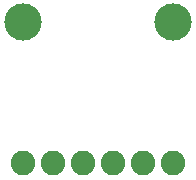
<source format=gbr>
G04 EAGLE Gerber RS-274X export*
G75*
%MOMM*%
%FSLAX34Y34*%
%LPD*%
%INSoldermask Bottom*%
%IPPOS*%
%AMOC8*
5,1,8,0,0,1.08239X$1,22.5*%
G01*
%ADD10C,2.082800*%
%ADD11C,3.152400*%


D10*
X25400Y25400D03*
X50800Y25400D03*
X76200Y25400D03*
X101600Y25400D03*
X127000Y25400D03*
X152400Y25400D03*
D11*
X152400Y144780D03*
X25400Y144780D03*
M02*

</source>
